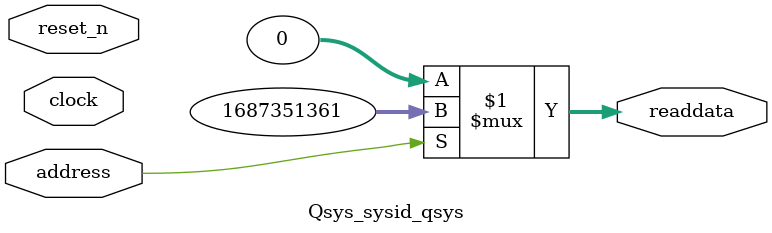
<source format=v>



// synthesis translate_off
`timescale 1ns / 1ps
// synthesis translate_on

// turn off superfluous verilog processor warnings 
// altera message_level Level1 
// altera message_off 10034 10035 10036 10037 10230 10240 10030 

module Qsys_sysid_qsys (
               // inputs:
                address,
                clock,
                reset_n,

               // outputs:
                readdata
             )
;

  output  [ 31: 0] readdata;
  input            address;
  input            clock;
  input            reset_n;

  wire    [ 31: 0] readdata;
  //control_slave, which is an e_avalon_slave
  assign readdata = address ? 1687351361 : 0;

endmodule



</source>
